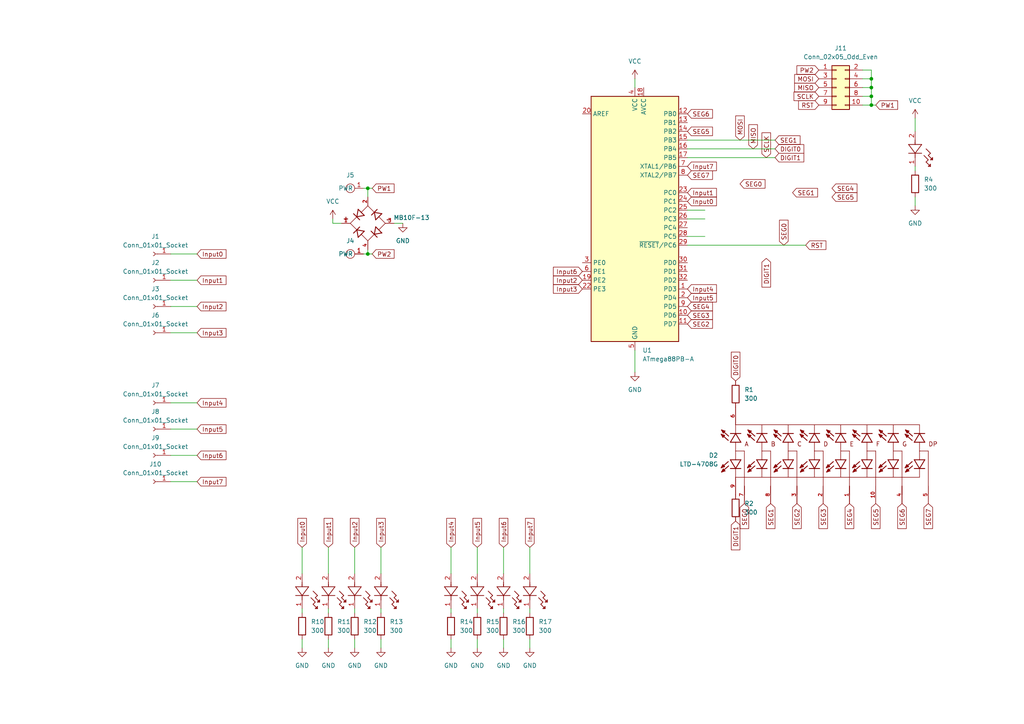
<source format=kicad_sch>
(kicad_sch (version 20230121) (generator eeschema)
  (paper "A4")
  (lib_symbols
    (symbol "Connector_Generic:Conn_02x05_Odd_Even" (pin_names (offset 1.016) hide)
      (property "Reference" "J" (at 1.27 7.62 0))
      (property "Value" "Conn_02x05_Odd_Even" (at 1.27 -7.62 0))
      (symbol "Conn_02x05_Odd_Even_1_1"
        (pin passive line (at -5.08 5.08 0) (length 3.81) (name "Pin_1") (number "1"))
        (pin passive line (at 7.62 -5.08 180) (length 3.81) (name "Pin_10") (number "10"))
        (pin passive line (at 7.62 5.08 180) (length 3.81) (name "Pin_2") (number "2"))
        (pin passive line (at -5.08 2.54 0) (length 3.81) (name "Pin_3") (number "3"))
        (pin passive line (at 7.62 2.54 180) (length 3.81) (name "Pin_4") (number "4"))
        (pin passive line (at -5.08 0 0) (length 3.81) (name "Pin_5") (number "5"))
        (pin passive line (at 7.62 0 180) (length 3.81) (name "Pin_6") (number "6"))
        (pin passive line (at -5.08 -2.54 0) (length 3.81) (name "Pin_7") (number "7"))
        (pin passive line (at 7.62 -2.54 180) (length 3.81) (name "Pin_8") (number "8"))
        (pin passive line (at -5.08 -5.08 0) (length 3.81) (name "Pin_9") (number "9"))
      )
    )
    (symbol "Device:R" (pin_numbers hide) (pin_names (offset 0))
      (property "Reference" "R" (at 2.032 0 90))
      (property "Value" "R" (at 0 0 90))
      (symbol "R_1_1"
        (pin passive line (at 0 3.81 270) (length 1.27) (name "~") (number "1"))
        (pin passive line (at 0 -3.81 90) (length 1.27) (name "~") (number "2"))
      )
    )
    (symbol "DigitalLogicLibrary:8mm_snap" (in_bom no)
      (property "Reference" "J" (at 0 0 0))
      (symbol "8mm_snap_1_1"
        (pin output line (at 3.81 0 180) (length 2.54) (name "PWR") (number "1"))
      )
    )
    (symbol "DigitalLogicLibrary:Conn_01x01_Socket" (pin_names (offset 1.016) hide)
      (property "Reference" "J" (at 0 2.54 0))
      (property "Value" "Conn_01x01_Socket" (at 0 -2.54 0))
      (symbol "Conn_01x01_Socket_1_1"
        (pin passive line (at -5.08 0 0) (length 3.81) (name "Pin_1") (number "1"))
      )
    )
    (symbol "DigitalLogicLibrary:LTD-4708G" (pin_names (offset 1.016))
      (property "Reference" "D" (at -23.4188 9.5758 0))
      (property "Value" "LTD-4708G" (at 19.304 9.398 0))
      (symbol "LTD-4708G_0_0"
        (text "A" (at -22.86 1.27 0) (effects (font (size 1.27 1.27)) (justify left bottom)))
        (text "B" (at -15.24 1.27 0) (effects (font (size 1.27 1.27)) (justify left bottom)))
        (text "C" (at -7.62 1.27 0) (effects (font (size 1.27 1.27)) (justify left bottom)))
        (text "D" (at 0 1.27 0) (effects (font (size 1.27 1.27)) (justify left bottom)))
        (text "DP" (at 30.48 1.27 0) (effects (font (size 1.27 1.27)) (justify left bottom)))
        (text "E" (at 7.62 1.27 0) (effects (font (size 1.27 1.27)) (justify left bottom)))
        (text "F" (at 15.24 1.27 0) (effects (font (size 1.27 1.27)) (justify left bottom)))
        (text "G" (at 22.86 1.27 0) (effects (font (size 1.27 1.27)) (justify left bottom)))
        (pin passive line (at 7.62 -15.24 90) (length 5.08) (name "~") (number "1"))
        (pin passive line (at 15.24 -15.24 90) (length 5.08) (name "~") (number "10"))
        (pin passive line (at 0 -15.24 90) (length 5.08) (name "~") (number "2"))
        (pin passive line (at -7.62 -15.24 90) (length 5.08) (name "~") (number "3"))
        (pin passive line (at 22.86 -15.24 90) (length 5.08) (name "~") (number "4"))
        (pin passive line (at 30.48 -15.24 90) (length 5.08) (name "~") (number "5"))
        (pin passive line (at -25.4 12.7 270) (length 5.08) (name "~") (number "6"))
        (pin passive line (at -22.86 -15.24 90) (length 5.08) (name "~") (number "7"))
        (pin passive line (at -15.24 -15.24 90) (length 5.08) (name "~") (number "8"))
        (pin passive line (at -25.4 -12.7 90) (length 5.08) (name "~") (number "9"))
      )
    )
    (symbol "DigitalLogicLibrary:LTST-S220GKT" (pin_names (offset 0.254))
      (property "Reference" "LED" (at 5.08 -4.445 0))
      (property "Value" "LTST-S220GKT" (at 5.08 -7.62 0))
      (symbol "LTST-S220GKT_1_1"
        (pin unspecified line (at 10.16 0 180) (length 2.54) (name "") (number "1"))
        (pin unspecified line (at 0 0 0) (length 2.54) (name "") (number "2"))
      )
      (symbol "LTST-S220GKT_1_2"
        (pin unspecified line (at 0 10.16 270) (length 2.54) (name "") (number "1"))
        (pin unspecified line (at 0 0 90) (length 2.54) (name "") (number "2"))
      )
    )
    (symbol "DigitalLogicLibrary:MB10F-13" (pin_names (offset 1.016))
      (property "Reference" "D" (at 5.08 5.08 0))
      (property "Value" "MB10F-13" (at 5.08 -7.62 0))
      (symbol "MB10F-13_0_0"
        (pin passive line (at -7.62 0 0) (length 2.54) (name "~") (number "1"))
        (pin passive line (at 0 7.62 270) (length 2.54) (name "~") (number "2"))
        (pin passive line (at 7.62 0 180) (length 2.54) (name "~") (number "3"))
        (pin passive line (at 0 -7.62 90) (length 2.54) (name "~") (number "4"))
      )
    )
    (symbol "MCU_Microchip_ATmega:ATmega88PB-A"
      (property "Reference" "U" (at -12.7 36.83 0))
      (property "Value" "ATmega88PB-A" (at 2.54 -36.83 0))
      (symbol "ATmega88PB-A_1_1"
        (pin bidirectional line (at 15.24 -20.32 180) (length 2.54) (name "PD3") (number "1"))
        (pin bidirectional line (at 15.24 -27.94 180) (length 2.54) (name "PD6") (number "10"))
        (pin bidirectional line (at 15.24 -30.48 180) (length 2.54) (name "PD7") (number "11"))
        (pin bidirectional line (at 15.24 30.48 180) (length 2.54) (name "PB0") (number "12"))
        (pin bidirectional line (at 15.24 27.94 180) (length 2.54) (name "PB1") (number "13"))
        (pin bidirectional line (at 15.24 25.4 180) (length 2.54) (name "PB2") (number "14"))
        (pin bidirectional line (at 15.24 22.86 180) (length 2.54) (name "PB3") (number "15"))
        (pin bidirectional line (at 15.24 20.32 180) (length 2.54) (name "PB4") (number "16"))
        (pin bidirectional line (at 15.24 17.78 180) (length 2.54) (name "PB5") (number "17"))
        (pin power_in line (at 2.54 38.1 270) (length 2.54) (name "AVCC") (number "18"))
        (pin bidirectional line (at -15.24 -17.78 0) (length 2.54) (name "PE2") (number "19"))
        (pin bidirectional line (at 15.24 -22.86 180) (length 2.54) (name "PD4") (number "2"))
        (pin passive line (at -15.24 30.48 0) (length 2.54) (name "AREF") (number "20"))
        (pin passive line (at 0 -38.1 90) (length 2.54) hide (name "GND") (number "21"))
        (pin bidirectional line (at -15.24 -20.32 0) (length 2.54) (name "PE3") (number "22"))
        (pin bidirectional line (at 15.24 7.62 180) (length 2.54) (name "PC0") (number "23"))
        (pin bidirectional line (at 15.24 5.08 180) (length 2.54) (name "PC1") (number "24"))
        (pin bidirectional line (at 15.24 2.54 180) (length 2.54) (name "PC2") (number "25"))
        (pin bidirectional line (at 15.24 0 180) (length 2.54) (name "PC3") (number "26"))
        (pin bidirectional line (at 15.24 -2.54 180) (length 2.54) (name "PC4") (number "27"))
        (pin bidirectional line (at 15.24 -5.08 180) (length 2.54) (name "PC5") (number "28"))
        (pin bidirectional line (at 15.24 -7.62 180) (length 2.54) (name "~{RESET}/PC6") (number "29"))
        (pin bidirectional line (at -15.24 -12.7 0) (length 2.54) (name "PE0") (number "3"))
        (pin bidirectional line (at 15.24 -12.7 180) (length 2.54) (name "PD0") (number "30"))
        (pin bidirectional line (at 15.24 -15.24 180) (length 2.54) (name "PD1") (number "31"))
        (pin bidirectional line (at 15.24 -17.78 180) (length 2.54) (name "PD2") (number "32"))
        (pin power_in line (at 0 38.1 270) (length 2.54) (name "VCC") (number "4"))
        (pin power_in line (at 0 -38.1 90) (length 2.54) (name "GND") (number "5"))
        (pin bidirectional line (at -15.24 -15.24 0) (length 2.54) (name "PE1") (number "6"))
        (pin bidirectional line (at 15.24 15.24 180) (length 2.54) (name "XTAL1/PB6") (number "7"))
        (pin bidirectional line (at 15.24 12.7 180) (length 2.54) (name "XTAL2/PB7") (number "8"))
        (pin bidirectional line (at 15.24 -25.4 180) (length 2.54) (name "PD5") (number "9"))
      )
    )
    (symbol "power:GND" (power) (pin_names (offset 0))
      (property "Value" "GND" (at 0 -3.81 0))
      (symbol "GND_1_1"
        (pin power_in line (at 0 0 270) (length 0) hide (name "GND") (number "1"))
      )
    )
    (symbol "power:VCC" (power) (pin_names (offset 0))
      (property "Value" "VCC" (at 0 3.81 0))
      (symbol "VCC_1_1"
        (pin power_in line (at 0 0 90) (length 0) hide (name "VCC") (number "1"))
      )
    )
  )
  (junction (at 252.73 22.86))
  (junction (at 106.68 73.66))
  (junction (at 106.68 54.61))
  (junction (at 252.73 25.4))
  (junction (at 252.73 27.94))
  (junction (at 252.73 30.48))
  (wire (pts (xy 49.53 88.9) (xy 57.15 88.9)))
  (wire (pts (xy 204.47 60.96) (xy 199.39 60.96)))
  (wire (pts (xy 252.73 22.86) (xy 252.73 25.4)))
  (wire (pts (xy 138.43 166.37) (xy 138.43 158.75)))
  (wire (pts (xy 106.68 73.66) (xy 107.95 73.66)))
  (wire (pts (xy 250.19 22.86) (xy 252.73 22.86)))
  (wire (pts (xy 184.15 101.6) (xy 184.15 107.95)))
  (wire (pts (xy 265.43 57.15) (xy 265.43 59.69)))
  (wire (pts (xy 130.81 185.42) (xy 130.81 187.96)))
  (wire (pts (xy 106.68 72.39) (xy 106.68 73.66)))
  (wire (pts (xy 252.73 20.32) (xy 252.73 22.86)))
  (wire (pts (xy 199.39 45.72) (xy 224.79 45.72)))
  (wire (pts (xy 87.63 185.42) (xy 87.63 187.96)))
  (wire (pts (xy 110.49 166.37) (xy 110.49 158.75)))
  (wire (pts (xy 49.53 132.08) (xy 57.15 132.08)))
  (wire (pts (xy 204.47 63.5) (xy 199.39 63.5)))
  (wire (pts (xy 110.49 176.53) (xy 110.49 177.8)))
  (wire (pts (xy 95.25 176.53) (xy 95.25 177.8)))
  (wire (pts (xy 96.52 63.5) (xy 96.52 64.77)))
  (wire (pts (xy 153.67 166.37) (xy 153.67 158.75)))
  (wire (pts (xy 87.63 166.37) (xy 87.63 158.75)))
  (wire (pts (xy 252.73 27.94) (xy 252.73 30.48)))
  (wire (pts (xy 204.47 68.58) (xy 199.39 68.58)))
  (wire (pts (xy 146.05 166.37) (xy 146.05 158.75)))
  (wire (pts (xy 105.41 54.61) (xy 106.68 54.61)))
  (wire (pts (xy 250.19 25.4) (xy 252.73 25.4)))
  (wire (pts (xy 250.19 20.32) (xy 252.73 20.32)))
  (wire (pts (xy 138.43 185.42) (xy 138.43 187.96)))
  (wire (pts (xy 153.67 185.42) (xy 153.67 187.96)))
  (wire (pts (xy 184.15 22.86) (xy 184.15 25.4)))
  (wire (pts (xy 49.53 96.52) (xy 57.15 96.52)))
  (wire (pts (xy 114.3 64.77) (xy 116.84 64.77)))
  (wire (pts (xy 130.81 166.37) (xy 130.81 158.75)))
  (wire (pts (xy 102.87 185.42) (xy 102.87 187.96)))
  (wire (pts (xy 49.53 139.7) (xy 57.15 139.7)))
  (wire (pts (xy 95.25 166.37) (xy 95.25 158.75)))
  (wire (pts (xy 87.63 176.53) (xy 87.63 177.8)))
  (wire (pts (xy 254 30.48) (xy 252.73 30.48)))
  (wire (pts (xy 146.05 176.53) (xy 146.05 177.8)))
  (wire (pts (xy 252.73 25.4) (xy 252.73 27.94)))
  (wire (pts (xy 96.52 64.77) (xy 99.06 64.77)))
  (wire (pts (xy 49.53 73.66) (xy 57.15 73.66)))
  (wire (pts (xy 106.68 73.66) (xy 105.41 73.66)))
  (wire (pts (xy 102.87 166.37) (xy 102.87 158.75)))
  (wire (pts (xy 265.43 34.29) (xy 265.43 38.1)))
  (wire (pts (xy 265.43 48.26) (xy 265.43 49.53)))
  (wire (pts (xy 250.19 27.94) (xy 252.73 27.94)))
  (wire (pts (xy 130.81 176.53) (xy 130.81 177.8)))
  (wire (pts (xy 199.39 71.12) (xy 233.68 71.12)))
  (wire (pts (xy 252.73 30.48) (xy 250.19 30.48)))
  (wire (pts (xy 49.53 81.28) (xy 57.15 81.28)))
  (wire (pts (xy 102.87 176.53) (xy 102.87 177.8)))
  (wire (pts (xy 199.39 43.18) (xy 224.79 43.18)))
  (wire (pts (xy 95.25 185.42) (xy 95.25 187.96)))
  (wire (pts (xy 49.53 124.46) (xy 57.15 124.46)))
  (wire (pts (xy 49.53 116.84) (xy 57.15 116.84)))
  (wire (pts (xy 199.39 40.64) (xy 224.79 40.64)))
  (wire (pts (xy 110.49 185.42) (xy 110.49 187.96)))
  (wire (pts (xy 106.68 54.61) (xy 107.95 54.61)))
  (wire (pts (xy 153.67 176.53) (xy 153.67 177.8)))
  (wire (pts (xy 138.43 176.53) (xy 138.43 177.8)))
  (wire (pts (xy 146.05 185.42) (xy 146.05 187.96)))
  (wire (pts (xy 106.68 54.61) (xy 106.68 57.15)))
  (global_label "SEG0" (shape input) (at 227.33 71.12 90) (property "Intersheetrefs" "${INTERSHEET_REFS}" (effects hide)))
  (global_label "DIGIT0" (shape input) (at 213.36 110.49 90) (property "Intersheetrefs" "${INTERSHEET_REFS}" (effects hide)))
  (global_label "Input1" (shape input) (at 95.25 158.75 90) (property "Intersheetrefs" "${INTERSHEET_REFS}" (effects hide)))
  (global_label "PW2" (shape input) (at 237.49 20.32 180) (property "Intersheetrefs" "${INTERSHEET_REFS}" (effects hide)))
  (global_label "Input0" (shape input) (at 199.39 58.42 0) (property "Intersheetrefs" "${INTERSHEET_REFS}" (effects hide)))
  (global_label "SEG4" (shape input) (at 241.3 54.61 0) (property "Intersheetrefs" "${INTERSHEET_REFS}" (effects hide)))
  (global_label "Input3" (shape input) (at 57.15 96.52 0) (property "Intersheetrefs" "${INTERSHEET_REFS}" (effects hide)))
  (global_label "SEG3" (shape input) (at 199.39 91.44 0) (property "Intersheetrefs" "${INTERSHEET_REFS}" (effects hide)))
  (global_label "Input1" (shape input) (at 57.15 81.28 0) (property "Intersheetrefs" "${INTERSHEET_REFS}" (effects hide)))
  (global_label "Input2" (shape input) (at 102.87 158.75 90) (property "Intersheetrefs" "${INTERSHEET_REFS}" (effects hide)))
  (global_label "PW2" (shape input) (at 107.95 73.66 0) (property "Intersheetrefs" "${INTERSHEET_REFS}" (effects hide)))
  (global_label "Input1" (shape input) (at 199.39 55.88 0) (property "Intersheetrefs" "${INTERSHEET_REFS}" (effects hide)))
  (global_label "RST" (shape input) (at 237.49 30.48 180) (property "Intersheetrefs" "${INTERSHEET_REFS}" (effects hide)))
  (global_label "Input3" (shape input) (at 168.91 83.82 180) (property "Intersheetrefs" "${INTERSHEET_REFS}" (effects hide)))
  (global_label "SEG0" (shape input) (at 214.63 53.34 0) (property "Intersheetrefs" "${INTERSHEET_REFS}" (effects hide)))
  (global_label "SEG6" (shape input) (at 261.62 146.05 270) (property "Intersheetrefs" "${INTERSHEET_REFS}" (effects hide)))
  (global_label "Input6" (shape input) (at 146.05 158.75 90) (property "Intersheetrefs" "${INTERSHEET_REFS}" (effects hide)))
  (global_label "DIGIT1" (shape input) (at 222.25 74.93 270) (property "Intersheetrefs" "${INTERSHEET_REFS}" (effects hide)))
  (global_label "Input7" (shape input) (at 199.39 48.26 0) (property "Intersheetrefs" "${INTERSHEET_REFS}" (effects hide)))
  (global_label "SEG0" (shape input) (at 215.9 146.05 270) (property "Intersheetrefs" "${INTERSHEET_REFS}" (effects hide)))
  (global_label "SEG1" (shape input) (at 224.79 40.64 0) (property "Intersheetrefs" "${INTERSHEET_REFS}" (effects hide)))
  (global_label "Input0" (shape input) (at 87.63 158.75 90) (property "Intersheetrefs" "${INTERSHEET_REFS}" (effects hide)))
  (global_label "SEG4" (shape input) (at 246.38 146.05 270) (property "Intersheetrefs" "${INTERSHEET_REFS}" (effects hide)))
  (global_label "PW1" (shape input) (at 254 30.48 0) (property "Intersheetrefs" "${INTERSHEET_REFS}" (effects hide)))
  (global_label "Input6" (shape input) (at 168.91 78.74 180) (property "Intersheetrefs" "${INTERSHEET_REFS}" (effects hide)))
  (global_label "SEG6" (shape input) (at 199.39 33.02 0) (property "Intersheetrefs" "${INTERSHEET_REFS}" (effects hide)))
  (global_label "Input4" (shape input) (at 130.81 158.75 90) (property "Intersheetrefs" "${INTERSHEET_REFS}" (effects hide)))
  (global_label "Input2" (shape input) (at 168.91 81.28 180) (property "Intersheetrefs" "${INTERSHEET_REFS}" (effects hide)))
  (global_label "SEG2" (shape input) (at 231.14 146.05 270) (property "Intersheetrefs" "${INTERSHEET_REFS}" (effects hide)))
  (global_label "MOSI" (shape input) (at 237.49 22.86 180) (property "Intersheetrefs" "${INTERSHEET_REFS}" (effects hide)))
  (global_label "MOSI" (shape input) (at 214.63 40.64 90) (property "Intersheetrefs" "${INTERSHEET_REFS}" (effects hide)))
  (global_label "SEG5" (shape input) (at 199.39 38.1 0) (property "Intersheetrefs" "${INTERSHEET_REFS}" (effects hide)))
  (global_label "SEG2" (shape input) (at 199.39 93.98 0) (property "Intersheetrefs" "${INTERSHEET_REFS}" (effects hide)))
  (global_label "SEG3" (shape input) (at 238.76 146.05 270) (property "Intersheetrefs" "${INTERSHEET_REFS}" (effects hide)))
  (global_label "Input4" (shape input) (at 57.15 116.84 0) (property "Intersheetrefs" "${INTERSHEET_REFS}" (effects hide)))
  (global_label "MISO" (shape input) (at 237.49 25.4 180) (property "Intersheetrefs" "${INTERSHEET_REFS}" (effects hide)))
  (global_label "RST" (shape input) (at 233.68 71.12 0) (property "Intersheetrefs" "${INTERSHEET_REFS}" (effects hide)))
  (global_label "Input0" (shape input) (at 57.15 73.66 0) (property "Intersheetrefs" "${INTERSHEET_REFS}" (effects hide)))
  (global_label "SEG7" (shape input) (at 269.24 146.05 270) (property "Intersheetrefs" "${INTERSHEET_REFS}" (effects hide)))
  (global_label "SEG4" (shape input) (at 199.39 88.9 0) (property "Intersheetrefs" "${INTERSHEET_REFS}" (effects hide)))
  (global_label "SEG1" (shape input) (at 223.52 146.05 270) (property "Intersheetrefs" "${INTERSHEET_REFS}" (effects hide)))
  (global_label "Input5" (shape input) (at 57.15 124.46 0) (property "Intersheetrefs" "${INTERSHEET_REFS}" (effects hide)))
  (global_label "Input7" (shape input) (at 57.15 139.7 0) (property "Intersheetrefs" "${INTERSHEET_REFS}" (effects hide)))
  (global_label "SEG5" (shape input) (at 241.3 57.15 0) (property "Intersheetrefs" "${INTERSHEET_REFS}" (effects hide)))
  (global_label "SCLK" (shape input) (at 237.49 27.94 180) (property "Intersheetrefs" "${INTERSHEET_REFS}" (effects hide)))
  (global_label "Input3" (shape input) (at 110.49 158.75 90) (property "Intersheetrefs" "${INTERSHEET_REFS}" (effects hide)))
  (global_label "SCLK" (shape input) (at 222.25 45.72 90) (property "Intersheetrefs" "${INTERSHEET_REFS}" (effects hide)))
  (global_label "SEG1" (shape input) (at 229.87 55.88 0) (property "Intersheetrefs" "${INTERSHEET_REFS}" (effects hide)))
  (global_label "Input5" (shape input) (at 199.39 86.36 0) (property "Intersheetrefs" "${INTERSHEET_REFS}" (effects hide)))
  (global_label "SEG5" (shape input) (at 254 146.05 270) (property "Intersheetrefs" "${INTERSHEET_REFS}" (effects hide)))
  (global_label "SEG7" (shape input) (at 199.39 50.8 0) (property "Intersheetrefs" "${INTERSHEET_REFS}" (effects hide)))
  (global_label "Input2" (shape input) (at 57.15 88.9 0) (property "Intersheetrefs" "${INTERSHEET_REFS}" (effects hide)))
  (global_label "PW1" (shape input) (at 107.95 54.61 0) (property "Intersheetrefs" "${INTERSHEET_REFS}" (effects hide)))
  (global_label "Input6" (shape input) (at 57.15 132.08 0) (property "Intersheetrefs" "${INTERSHEET_REFS}" (effects hide)))
  (global_label "DIGIT0" (shape input) (at 224.79 43.18 0) (property "Intersheetrefs" "${INTERSHEET_REFS}" (effects hide)))
  (global_label "DIGIT1" (shape input) (at 213.36 151.13 270) (property "Intersheetrefs" "${INTERSHEET_REFS}" (effects hide)))
  (global_label "MISO" (shape input) (at 218.44 43.18 90) (property "Intersheetrefs" "${INTERSHEET_REFS}" (effects hide)))
  (global_label "Input5" (shape input) (at 138.43 158.75 90) (property "Intersheetrefs" "${INTERSHEET_REFS}" (effects hide)))
  (global_label "Input4" (shape input) (at 199.39 83.82 0) (property "Intersheetrefs" "${INTERSHEET_REFS}" (effects hide)))
  (global_label "Input7" (shape input) (at 153.67 158.75 90) (property "Intersheetrefs" "${INTERSHEET_REFS}" (effects hide)))
  (global_label "DIGIT1" (shape input) (at 224.79 45.72 0) (property "Intersheetrefs" "${INTERSHEET_REFS}" (effects hide)))
  (symbol (lib_id "Device:R") (at 138.43 181.61 0) (unit 1) (on_board no)
    (property "Reference" "R15" (at 140.97 180.34 0) (effects (justify left)))
    (property "Value" "300" (at 140.97 182.88 0) (effects (justify left)))
    (property "Footprint" "Resistor_SMD:R_0805_2012Metric_Pad1.20x1.40mm_HandSolder" (effects hide))
  )
  (symbol (lib_id "power:GND") (at 138.43 187.96 0) (unit 1)
    (property "Reference" "#PWR09" (effects hide))
    (property "Value" "GND" (at 138.43 193.04 0))
  )
  (symbol (lib_id "DigitalLogicLibrary:Conn_01x01_Socket") (at 44.45 73.66 180) (unit 1)
    (property "Reference" "J1" (at 45.085 68.58 0))
    (property "Value" "Conn_01x01_Socket" (at 45.085 71.12 0))
    (property "Footprint" "Connector_PinSocket_2.54mm:PinSocket_1x01_P2.54mm_Vertical" (effects hide))
  )
  (symbol (lib_id "DigitalLogicLibrary:LTD-4708G") (at 238.76 130.81 0) (unit 1)
    (property "Reference" "D2" (at 208.28 132.08 0) (effects (justify right)))
    (property "Value" "LTD-4708G" (at 208.28 134.62 0) (effects (justify right)))
    (property "Footprint" "DigitalLogicFootprints:LED_LTD-4708G" (effects hide))
    (property "MF" "Lite-On" (effects hide))
    (property "MAXIMUM_PACKAGE_HEIGHT" "7.25 mm" (effects hide))
    (property "Package" "None" (effects hide))
    (property "Price" "None" (effects hide))
    (property "Check_prices" "https://www.snapeda.com/parts/LTD-4708G/Lite-On/view-part/?ref=eda" (effects hide))
    (property "STANDARD" "Manufacturer Recommendations" (effects hide))
    (property "PARTREV" "BNS-OD-C131/A4" (effects hide))
    (property "SnapEDA_Link" "https://www.snapeda.com/parts/LTD-4708G/Lite-On/view-part/?ref=snap" (effects hide))
    (property "MP" "LTD-4708G" (effects hide))
    (property "Description" "\nLED 2-DIGIT 7-SEGMENT DISPLAY GREEN\n" (effects hide))
    (property "Availability" "In Stock" (effects hide))
    (property "MANUFACTURER" "LiteOn" (effects hide))
  )
  (symbol (lib_id "power:GND") (at 95.25 187.96 0) (unit 1)
    (property "Reference" "#PWR04" (effects hide))
    (property "Value" "GND" (at 95.25 193.04 0))
  )
  (symbol (lib_id "DigitalLogicLibrary:LTST-S220GKT") (at 87.63 166.37 270) (unit 1) (on_board no)
    (property "Reference" "LED1" (effects hide))
    (property "Value" "LTST-S220GKT" (effects hide))
    (property "Footprint" "LED_LTST-S220GKT_LTO" (effects hide))
    (property "Datasheet" "LTST-S220GKT" (effects hide))
  )
  (symbol (lib_id "DigitalLogicLibrary:LTST-S220GKT") (at 102.87 166.37 270) (unit 1) (on_board no)
    (property "Reference" "LED4" (effects hide))
    (property "Value" "LTST-S220GKT" (effects hide))
    (property "Footprint" "LED_LTST-S220GKT_LTO" (effects hide))
    (property "Datasheet" "LTST-S220GKT" (effects hide))
  )
  (symbol (lib_id "DigitalLogicLibrary:LTST-S220GKT") (at 110.49 166.37 270) (unit 1) (on_board no)
    (property "Reference" "LED5" (effects hide))
    (property "Value" "LTST-S220GKT" (effects hide))
    (property "Footprint" "LED_LTST-S220GKT_LTO" (effects hide))
    (property "Datasheet" "LTST-S220GKT" (effects hide))
  )
  (symbol (lib_id "MCU_Microchip_ATmega:ATmega88PB-A") (at 184.15 63.5 0) (unit 1)
    (property "Reference" "U1" (at 186.3441 101.6 0) (effects (justify left)))
    (property "Value" "ATmega88PB-A" (at 186.3441 104.14 0) (effects (justify left)))
    (property "Footprint" "Package_QFP:TQFP-32_7x7mm_P0.8mm" (effects hide))
    (property "Datasheet" "http://ww1.microchip.com/downloads/en/DeviceDoc/40001909A.pdf" (effects hide))
  )
  (symbol (lib_id "DigitalLogicLibrary:Conn_01x01_Socket") (at 44.45 96.52 180) (unit 1)
    (property "Reference" "J6" (at 45.085 91.44 0))
    (property "Value" "Conn_01x01_Socket" (at 45.085 93.98 0))
    (property "Footprint" "Connector_PinSocket_2.54mm:PinSocket_1x01_P2.54mm_Vertical" (effects hide))
  )
  (symbol (lib_id "DigitalLogicLibrary:LTST-S220GKT") (at 265.43 38.1 270) (unit 1) (on_board no)
    (property "Reference" "LED10" (effects hide))
    (property "Value" "LTST-S220GKT" (effects hide))
    (property "Footprint" "LED_LTST-S220GKT_LTO" (effects hide))
    (property "Datasheet" "LTST-S220GKT" (effects hide))
  )
  (symbol (lib_id "power:GND") (at 130.81 187.96 0) (unit 1)
    (property "Reference" "#PWR08" (effects hide))
    (property "Value" "GND" (at 130.81 193.04 0))
  )
  (symbol (lib_id "power:GND") (at 265.43 59.69 0) (unit 1)
    (property "Reference" "#PWR014" (effects hide))
    (property "Value" "GND" (at 265.43 64.77 0))
  )
  (symbol (lib_id "power:VCC") (at 265.43 34.29 0) (unit 1)
    (property "Reference" "#PWR012" (effects hide))
    (property "Value" "VCC" (at 265.43 29.21 0))
  )
  (symbol (lib_id "Device:R") (at 87.63 181.61 0) (unit 1) (on_board no)
    (property "Reference" "R10" (at 90.17 180.34 0) (effects (justify left)))
    (property "Value" "300" (at 90.17 182.88 0) (effects (justify left)))
    (property "Footprint" "Resistor_SMD:R_0805_2012Metric_Pad1.20x1.40mm_HandSolder" (effects hide))
  )
  (symbol (lib_id "DigitalLogicLibrary:Conn_01x01_Socket") (at 44.45 139.7 180) (unit 1)
    (property "Reference" "J10" (at 45.085 134.62 0))
    (property "Value" "Conn_01x01_Socket" (at 45.085 137.16 0))
    (property "Footprint" "Connector_PinSocket_2.54mm:PinSocket_1x01_P2.54mm_Vertical" (effects hide))
  )
  (symbol (lib_id "Device:R") (at 102.87 181.61 0) (unit 1) (on_board no)
    (property "Reference" "R12" (at 105.41 180.34 0) (effects (justify left)))
    (property "Value" "300" (at 105.41 182.88 0) (effects (justify left)))
    (property "Footprint" "Resistor_SMD:R_0805_2012Metric_Pad1.20x1.40mm_HandSolder" (effects hide))
  )
  (symbol (lib_id "power:GND") (at 102.87 187.96 0) (unit 1)
    (property "Reference" "#PWR05" (effects hide))
    (property "Value" "GND" (at 102.87 193.04 0))
  )
  (symbol (lib_id "Device:R") (at 213.36 114.3 0) (unit 1)
    (property "Reference" "R1" (at 215.9 113.03 0) (effects (justify left)))
    (property "Value" "300" (at 215.9 115.57 0) (effects (justify left)))
    (property "Footprint" "Resistor_SMD:R_0805_2012Metric_Pad1.20x1.40mm_HandSolder" (effects hide))
  )
  (symbol (lib_id "power:VCC") (at 96.52 63.5 0) (unit 1)
    (property "Reference" "#PWR01" (effects hide))
    (property "Value" "VCC" (at 96.52 58.42 0))
  )
  (symbol (lib_id "DigitalLogicLibrary:LTST-S220GKT") (at 146.05 166.37 270) (unit 1) (on_board no)
    (property "Reference" "LED8" (effects hide))
    (property "Value" "LTST-S220GKT" (effects hide))
    (property "Footprint" "LED_LTST-S220GKT_LTO" (effects hide))
    (property "Datasheet" "LTST-S220GKT" (effects hide))
  )
  (symbol (lib_id "Connector_Generic:Conn_02x05_Odd_Even") (at 242.57 25.4 0) (unit 1)
    (property "Reference" "J11" (at 243.84 13.97 0))
    (property "Value" "Conn_02x05_Odd_Even" (at 243.84 16.51 0))
    (property "Footprint" "Connector_PCBEdge:Samtec_MECF-05-0_-NP-L-DV_2x05_P1.27mm_Edge" (effects hide))
  )
  (symbol (lib_id "DigitalLogicLibrary:8mm_snap") (at 101.6 54.61 0) (unit 1) (in_bom no)
    (property "Reference" "J5" (at 101.6 50.8 0))
    (property "Value" "~" (at 101.6 54.61 0))
    (property "Footprint" "DigitalLogicFootprints:8mm-snap" (effects hide))
  )
  (symbol (lib_id "power:GND") (at 146.05 187.96 0) (unit 1)
    (property "Reference" "#PWR010" (effects hide))
    (property "Value" "GND" (at 146.05 193.04 0))
  )
  (symbol (lib_id "DigitalLogicLibrary:Conn_01x01_Socket") (at 44.45 124.46 180) (unit 1)
    (property "Reference" "J8" (at 45.085 119.38 0))
    (property "Value" "Conn_01x01_Socket" (at 45.085 121.92 0))
    (property "Footprint" "Connector_PinSocket_2.54mm:PinSocket_1x01_P2.54mm_Vertical" (effects hide))
  )
  (symbol (lib_id "Device:R") (at 146.05 181.61 0) (unit 1) (on_board no)
    (property "Reference" "R16" (at 148.59 180.34 0) (effects (justify left)))
    (property "Value" "300" (at 148.59 182.88 0) (effects (justify left)))
    (property "Footprint" "Resistor_SMD:R_0805_2012Metric_Pad1.20x1.40mm_HandSolder" (effects hide))
  )
  (symbol (lib_id "DigitalLogicLibrary:Conn_01x01_Socket") (at 44.45 88.9 180) (unit 1)
    (property "Reference" "J3" (at 45.085 83.82 0))
    (property "Value" "Conn_01x01_Socket" (at 45.085 86.36 0))
    (property "Footprint" "Connector_PinSocket_2.54mm:PinSocket_1x01_P2.54mm_Vertical" (effects hide))
  )
  (symbol (lib_id "power:GND") (at 116.84 64.77 0) (unit 1)
    (property "Reference" "#PWR02" (effects hide))
    (property "Value" "GND" (at 116.84 69.85 0))
  )
  (symbol (lib_id "Device:R") (at 130.81 181.61 0) (unit 1) (on_board no)
    (property "Reference" "R14" (at 133.35 180.34 0) (effects (justify left)))
    (property "Value" "300" (at 133.35 182.88 0) (effects (justify left)))
    (property "Footprint" "Resistor_SMD:R_0805_2012Metric_Pad1.20x1.40mm_HandSolder" (effects hide))
  )
  (symbol (lib_id "DigitalLogicLibrary:LTST-S220GKT") (at 153.67 166.37 270) (unit 1) (on_board no)
    (property "Reference" "LED9" (effects hide))
    (property "Value" "LTST-S220GKT" (effects hide))
    (property "Footprint" "LED_LTST-S220GKT_LTO" (effects hide))
    (property "Datasheet" "LTST-S220GKT" (effects hide))
  )
  (symbol (lib_id "Device:R") (at 95.25 181.61 0) (unit 1) (on_board no)
    (property "Reference" "R11" (at 97.79 180.34 0) (effects (justify left)))
    (property "Value" "300" (at 97.79 182.88 0) (effects (justify left)))
    (property "Footprint" "Resistor_SMD:R_0805_2012Metric_Pad1.20x1.40mm_HandSolder" (effects hide))
  )
  (symbol (lib_id "DigitalLogicLibrary:Conn_01x01_Socket") (at 44.45 116.84 180) (unit 1)
    (property "Reference" "J7" (at 45.085 111.76 0))
    (property "Value" "Conn_01x01_Socket" (at 45.085 114.3 0))
    (property "Footprint" "Connector_PinSocket_2.54mm:PinSocket_1x01_P2.54mm_Vertical" (effects hide))
  )
  (symbol (lib_id "Device:R") (at 265.43 53.34 0) (unit 1) (on_board no)
    (property "Reference" "R4" (at 267.97 52.07 0) (effects (justify left)))
    (property "Value" "300" (at 267.97 54.61 0) (effects (justify left)))
    (property "Footprint" "Resistor_SMD:R_0805_2012Metric_Pad1.20x1.40mm_HandSolder" (effects hide))
  )
  (symbol (lib_id "Device:R") (at 213.36 147.32 0) (unit 1)
    (property "Reference" "R2" (at 215.9 146.05 0) (effects (justify left)))
    (property "Value" "300" (at 215.9 148.59 0) (effects (justify left)))
    (property "Footprint" "Resistor_SMD:R_0805_2012Metric_Pad1.20x1.40mm_HandSolder" (effects hide))
  )
  (symbol (lib_id "power:GND") (at 153.67 187.96 0) (unit 1)
    (property "Reference" "#PWR011" (effects hide))
    (property "Value" "GND" (at 153.67 193.04 0))
  )
  (symbol (lib_id "DigitalLogicLibrary:LTST-S220GKT") (at 130.81 166.37 270) (unit 1) (on_board no)
    (property "Reference" "LED6" (effects hide))
    (property "Value" "LTST-S220GKT" (effects hide))
    (property "Footprint" "LED_LTST-S220GKT_LTO" (effects hide))
    (property "Datasheet" "LTST-S220GKT" (effects hide))
  )
  (symbol (lib_id "power:GND") (at 87.63 187.96 0) (unit 1)
    (property "Reference" "#PWR03" (effects hide))
    (property "Value" "GND" (at 87.63 193.04 0))
  )
  (symbol (lib_id "DigitalLogicLibrary:LTST-S220GKT") (at 138.43 166.37 270) (unit 1) (on_board no)
    (property "Reference" "LED7" (effects hide))
    (property "Value" "LTST-S220GKT" (effects hide))
    (property "Footprint" "LED_LTST-S220GKT_LTO" (effects hide))
    (property "Datasheet" "LTST-S220GKT" (effects hide))
  )
  (symbol (lib_id "Device:R") (at 153.67 181.61 0) (unit 1) (on_board no)
    (property "Reference" "R17" (at 156.21 180.34 0) (effects (justify left)))
    (property "Value" "300" (at 156.21 182.88 0) (effects (justify left)))
    (property "Footprint" "Resistor_SMD:R_0805_2012Metric_Pad1.20x1.40mm_HandSolder" (effects hide))
  )
  (symbol (lib_id "power:VCC") (at 184.15 22.86 0) (unit 1)
    (property "Reference" "#PWR013" (effects hide))
    (property "Value" "VCC" (at 184.15 17.78 0))
  )
  (symbol (lib_id "DigitalLogicLibrary:MB10F-13") (at 106.68 64.77 0) (unit 1)
    (property "Reference" "D1" (effects hide))
    (property "Value" "MB10F-13" (at 119.38 63.1191 0))
    (property "Footprint" "DigitalLogicFootprints:DIOB_MB10F-13" (effects hide))
    (property "MF" "Diodes Zetex" (effects hide))
    (property "MAXIMUM_PACKAGE_HEIGHT" "1.8 mm" (effects hide))
    (property "Package" "None" (effects hide))
    (property "Price" "None" (effects hide))
    (property "Check_prices" "https://www.snapeda.com/parts/MB10F-13/Zetex/view-part/?ref=eda" (effects hide))
    (property "STANDARD" "Manufacturer Recommendations" (effects hide))
    (property "PARTREV" "3 - 2" (effects hide))
    (property "SnapEDA_Link" "https://www.snapeda.com/parts/MB10F-13/Zetex/view-part/?ref=snap" (effects hide))
    (property "MP" "MB10F-13" (effects hide))
    (property "Purchase-URL" "https://www.snapeda.com/api/url_track_click_mouser/?unipart_id=6347924&manufacturer=Diodes Zetex&part_name=MB10F-13&search_term=mb10f" (effects hide))
    (property "Description" "\nRectifier Bridge Diode Single 1KV 0.8A 4-Pin MBF T/R\n" (effects hide))
    (property "Availability" "In Stock" (effects hide))
    (property "MANUFACTURER" "Diodes Inc." (effects hide))
  )
  (symbol (lib_id "DigitalLogicLibrary:Conn_01x01_Socket") (at 44.45 81.28 180) (unit 1)
    (property "Reference" "J2" (at 45.085 76.2 0))
    (property "Value" "Conn_01x01_Socket" (at 45.085 78.74 0))
    (property "Footprint" "Connector_PinSocket_2.54mm:PinSocket_1x01_P2.54mm_Vertical" (effects hide))
  )
  (symbol (lib_id "Device:R") (at 110.49 181.61 0) (unit 1) (on_board no)
    (property "Reference" "R13" (at 113.03 180.34 0) (effects (justify left)))
    (property "Value" "300" (at 113.03 182.88 0) (effects (justify left)))
    (property "Footprint" "Resistor_SMD:R_0805_2012Metric_Pad1.20x1.40mm_HandSolder" (effects hide))
  )
  (symbol (lib_id "power:GND") (at 110.49 187.96 0) (unit 1)
    (property "Reference" "#PWR06" (effects hide))
    (property "Value" "GND" (at 110.49 193.04 0))
  )
  (symbol (lib_id "DigitalLogicLibrary:8mm_snap") (at 101.6 73.66 0) (unit 1) (in_bom no)
    (property "Reference" "J4" (at 101.6 69.85 0))
    (property "Value" "~" (at 101.6 73.66 0))
    (property "Footprint" "DigitalLogicFootprints:8mm-snap" (effects hide))
  )
  (symbol (lib_id "power:GND") (at 184.15 107.95 0) (unit 1)
    (property "Reference" "#PWR015" (effects hide))
    (property "Value" "GND" (at 184.15 113.03 0))
  )
  (symbol (lib_id "DigitalLogicLibrary:LTST-S220GKT") (at 95.25 166.37 270) (unit 1) (on_board no)
    (property "Reference" "LED2" (effects hide))
    (property "Value" "LTST-S220GKT" (effects hide))
    (property "Footprint" "LED_LTST-S220GKT_LTO" (effects hide))
    (property "Datasheet" "LTST-S220GKT" (effects hide))
  )
  (symbol (lib_id "DigitalLogicLibrary:Conn_01x01_Socket") (at 44.45 132.08 180) (unit 1)
    (property "Reference" "J9" (at 45.085 127 0))
    (property "Value" "Conn_01x01_Socket" (at 45.085 129.54 0))
    (property "Footprint" "Connector_PinSocket_2.54mm:PinSocket_1x01_P2.54mm_Vertical" (effects hide))
  )
)
</source>
